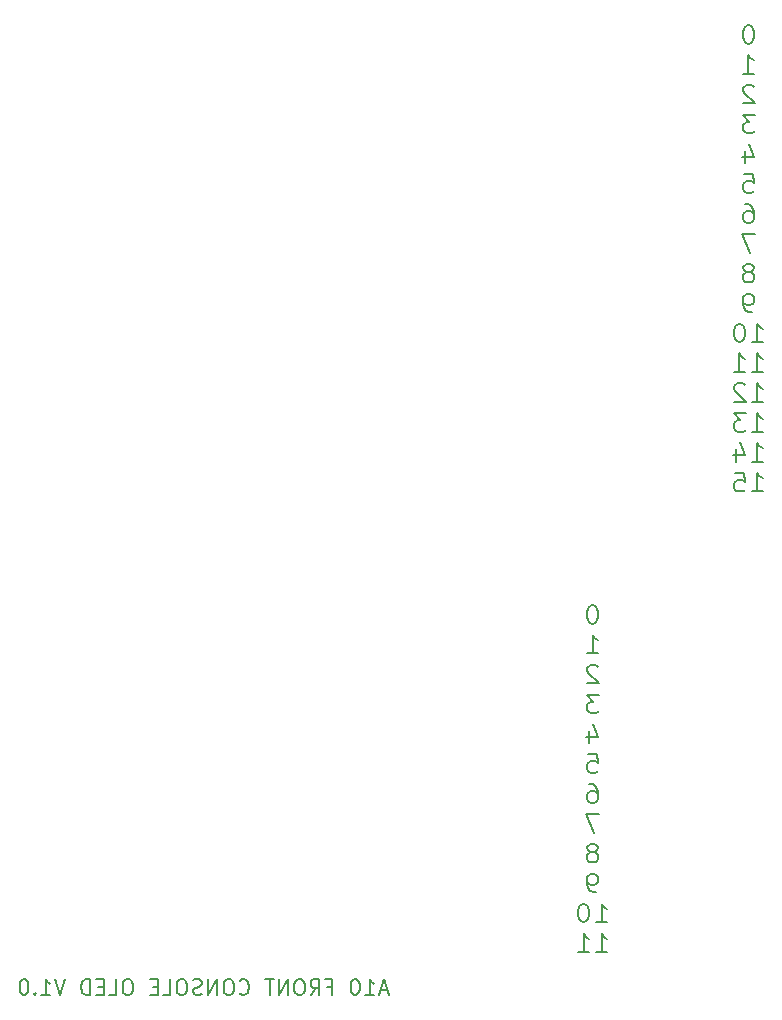
<source format=gbr>
%TF.GenerationSoftware,KiCad,Pcbnew,8.0.2-1*%
%TF.CreationDate,2024-08-19T19:19:17+10:00*%
%TF.ProjectId,Forward OLED,466f7277-6172-4642-904f-4c45442e6b69,rev?*%
%TF.SameCoordinates,Original*%
%TF.FileFunction,Legend,Bot*%
%TF.FilePolarity,Positive*%
%FSLAX46Y46*%
G04 Gerber Fmt 4.6, Leading zero omitted, Abs format (unit mm)*
G04 Created by KiCad (PCBNEW 8.0.2-1) date 2024-08-19 19:19:17*
%MOMM*%
%LPD*%
G01*
G04 APERTURE LIST*
%ADD10C,0.150000*%
G04 APERTURE END LIST*
D10*
X207076190Y-47041421D02*
X206923809Y-47041421D01*
X206923809Y-47041421D02*
X206771428Y-47116183D01*
X206771428Y-47116183D02*
X206695238Y-47190945D01*
X206695238Y-47190945D02*
X206619047Y-47340469D01*
X206619047Y-47340469D02*
X206542857Y-47639517D01*
X206542857Y-47639517D02*
X206542857Y-48013326D01*
X206542857Y-48013326D02*
X206619047Y-48312374D01*
X206619047Y-48312374D02*
X206695238Y-48461898D01*
X206695238Y-48461898D02*
X206771428Y-48536660D01*
X206771428Y-48536660D02*
X206923809Y-48611421D01*
X206923809Y-48611421D02*
X207076190Y-48611421D01*
X207076190Y-48611421D02*
X207228571Y-48536660D01*
X207228571Y-48536660D02*
X207304762Y-48461898D01*
X207304762Y-48461898D02*
X207380952Y-48312374D01*
X207380952Y-48312374D02*
X207457143Y-48013326D01*
X207457143Y-48013326D02*
X207457143Y-47639517D01*
X207457143Y-47639517D02*
X207380952Y-47340469D01*
X207380952Y-47340469D02*
X207304762Y-47190945D01*
X207304762Y-47190945D02*
X207228571Y-47116183D01*
X207228571Y-47116183D02*
X207076190Y-47041421D01*
X206542857Y-51139033D02*
X207457143Y-51139033D01*
X207000000Y-51139033D02*
X207000000Y-49569033D01*
X207000000Y-49569033D02*
X207152381Y-49793319D01*
X207152381Y-49793319D02*
X207304762Y-49942843D01*
X207304762Y-49942843D02*
X207457143Y-50017605D01*
X207457143Y-52246169D02*
X207380952Y-52171407D01*
X207380952Y-52171407D02*
X207228571Y-52096645D01*
X207228571Y-52096645D02*
X206847619Y-52096645D01*
X206847619Y-52096645D02*
X206695238Y-52171407D01*
X206695238Y-52171407D02*
X206619047Y-52246169D01*
X206619047Y-52246169D02*
X206542857Y-52395693D01*
X206542857Y-52395693D02*
X206542857Y-52545217D01*
X206542857Y-52545217D02*
X206619047Y-52769503D01*
X206619047Y-52769503D02*
X207533333Y-53666645D01*
X207533333Y-53666645D02*
X206542857Y-53666645D01*
X207533333Y-54624257D02*
X206542857Y-54624257D01*
X206542857Y-54624257D02*
X207076190Y-55222353D01*
X207076190Y-55222353D02*
X206847619Y-55222353D01*
X206847619Y-55222353D02*
X206695238Y-55297115D01*
X206695238Y-55297115D02*
X206619047Y-55371876D01*
X206619047Y-55371876D02*
X206542857Y-55521400D01*
X206542857Y-55521400D02*
X206542857Y-55895210D01*
X206542857Y-55895210D02*
X206619047Y-56044734D01*
X206619047Y-56044734D02*
X206695238Y-56119496D01*
X206695238Y-56119496D02*
X206847619Y-56194257D01*
X206847619Y-56194257D02*
X207304762Y-56194257D01*
X207304762Y-56194257D02*
X207457143Y-56119496D01*
X207457143Y-56119496D02*
X207533333Y-56044734D01*
X206695238Y-57675203D02*
X206695238Y-58721869D01*
X207076190Y-57077108D02*
X207457143Y-58198536D01*
X207457143Y-58198536D02*
X206466666Y-58198536D01*
X206619047Y-59679481D02*
X207380952Y-59679481D01*
X207380952Y-59679481D02*
X207457143Y-60427100D01*
X207457143Y-60427100D02*
X207380952Y-60352339D01*
X207380952Y-60352339D02*
X207228571Y-60277577D01*
X207228571Y-60277577D02*
X206847619Y-60277577D01*
X206847619Y-60277577D02*
X206695238Y-60352339D01*
X206695238Y-60352339D02*
X206619047Y-60427100D01*
X206619047Y-60427100D02*
X206542857Y-60576624D01*
X206542857Y-60576624D02*
X206542857Y-60950434D01*
X206542857Y-60950434D02*
X206619047Y-61099958D01*
X206619047Y-61099958D02*
X206695238Y-61174720D01*
X206695238Y-61174720D02*
X206847619Y-61249481D01*
X206847619Y-61249481D02*
X207228571Y-61249481D01*
X207228571Y-61249481D02*
X207380952Y-61174720D01*
X207380952Y-61174720D02*
X207457143Y-61099958D01*
X206695238Y-62207093D02*
X207000000Y-62207093D01*
X207000000Y-62207093D02*
X207152381Y-62281855D01*
X207152381Y-62281855D02*
X207228571Y-62356617D01*
X207228571Y-62356617D02*
X207380952Y-62580903D01*
X207380952Y-62580903D02*
X207457143Y-62879951D01*
X207457143Y-62879951D02*
X207457143Y-63478046D01*
X207457143Y-63478046D02*
X207380952Y-63627570D01*
X207380952Y-63627570D02*
X207304762Y-63702332D01*
X207304762Y-63702332D02*
X207152381Y-63777093D01*
X207152381Y-63777093D02*
X206847619Y-63777093D01*
X206847619Y-63777093D02*
X206695238Y-63702332D01*
X206695238Y-63702332D02*
X206619047Y-63627570D01*
X206619047Y-63627570D02*
X206542857Y-63478046D01*
X206542857Y-63478046D02*
X206542857Y-63104236D01*
X206542857Y-63104236D02*
X206619047Y-62954712D01*
X206619047Y-62954712D02*
X206695238Y-62879951D01*
X206695238Y-62879951D02*
X206847619Y-62805189D01*
X206847619Y-62805189D02*
X207152381Y-62805189D01*
X207152381Y-62805189D02*
X207304762Y-62879951D01*
X207304762Y-62879951D02*
X207380952Y-62954712D01*
X207380952Y-62954712D02*
X207457143Y-63104236D01*
X207533333Y-64734705D02*
X206466666Y-64734705D01*
X206466666Y-64734705D02*
X207152381Y-66304705D01*
X207152381Y-67935175D02*
X207304762Y-67860413D01*
X207304762Y-67860413D02*
X207380952Y-67785651D01*
X207380952Y-67785651D02*
X207457143Y-67636127D01*
X207457143Y-67636127D02*
X207457143Y-67561365D01*
X207457143Y-67561365D02*
X207380952Y-67411841D01*
X207380952Y-67411841D02*
X207304762Y-67337079D01*
X207304762Y-67337079D02*
X207152381Y-67262317D01*
X207152381Y-67262317D02*
X206847619Y-67262317D01*
X206847619Y-67262317D02*
X206695238Y-67337079D01*
X206695238Y-67337079D02*
X206619047Y-67411841D01*
X206619047Y-67411841D02*
X206542857Y-67561365D01*
X206542857Y-67561365D02*
X206542857Y-67636127D01*
X206542857Y-67636127D02*
X206619047Y-67785651D01*
X206619047Y-67785651D02*
X206695238Y-67860413D01*
X206695238Y-67860413D02*
X206847619Y-67935175D01*
X206847619Y-67935175D02*
X207152381Y-67935175D01*
X207152381Y-67935175D02*
X207304762Y-68009936D01*
X207304762Y-68009936D02*
X207380952Y-68084698D01*
X207380952Y-68084698D02*
X207457143Y-68234222D01*
X207457143Y-68234222D02*
X207457143Y-68533270D01*
X207457143Y-68533270D02*
X207380952Y-68682794D01*
X207380952Y-68682794D02*
X207304762Y-68757556D01*
X207304762Y-68757556D02*
X207152381Y-68832317D01*
X207152381Y-68832317D02*
X206847619Y-68832317D01*
X206847619Y-68832317D02*
X206695238Y-68757556D01*
X206695238Y-68757556D02*
X206619047Y-68682794D01*
X206619047Y-68682794D02*
X206542857Y-68533270D01*
X206542857Y-68533270D02*
X206542857Y-68234222D01*
X206542857Y-68234222D02*
X206619047Y-68084698D01*
X206619047Y-68084698D02*
X206695238Y-68009936D01*
X206695238Y-68009936D02*
X206847619Y-67935175D01*
X207304762Y-71359929D02*
X207000000Y-71359929D01*
X207000000Y-71359929D02*
X206847619Y-71285168D01*
X206847619Y-71285168D02*
X206771428Y-71210406D01*
X206771428Y-71210406D02*
X206619047Y-70986120D01*
X206619047Y-70986120D02*
X206542857Y-70687072D01*
X206542857Y-70687072D02*
X206542857Y-70088977D01*
X206542857Y-70088977D02*
X206619047Y-69939453D01*
X206619047Y-69939453D02*
X206695238Y-69864691D01*
X206695238Y-69864691D02*
X206847619Y-69789929D01*
X206847619Y-69789929D02*
X207152381Y-69789929D01*
X207152381Y-69789929D02*
X207304762Y-69864691D01*
X207304762Y-69864691D02*
X207380952Y-69939453D01*
X207380952Y-69939453D02*
X207457143Y-70088977D01*
X207457143Y-70088977D02*
X207457143Y-70462787D01*
X207457143Y-70462787D02*
X207380952Y-70612310D01*
X207380952Y-70612310D02*
X207304762Y-70687072D01*
X207304762Y-70687072D02*
X207152381Y-70761834D01*
X207152381Y-70761834D02*
X206847619Y-70761834D01*
X206847619Y-70761834D02*
X206695238Y-70687072D01*
X206695238Y-70687072D02*
X206619047Y-70612310D01*
X206619047Y-70612310D02*
X206542857Y-70462787D01*
X207304762Y-73887541D02*
X208219048Y-73887541D01*
X207761905Y-73887541D02*
X207761905Y-72317541D01*
X207761905Y-72317541D02*
X207914286Y-72541827D01*
X207914286Y-72541827D02*
X208066667Y-72691351D01*
X208066667Y-72691351D02*
X208219048Y-72766113D01*
X206314285Y-72317541D02*
X206161904Y-72317541D01*
X206161904Y-72317541D02*
X206009523Y-72392303D01*
X206009523Y-72392303D02*
X205933333Y-72467065D01*
X205933333Y-72467065D02*
X205857142Y-72616589D01*
X205857142Y-72616589D02*
X205780952Y-72915637D01*
X205780952Y-72915637D02*
X205780952Y-73289446D01*
X205780952Y-73289446D02*
X205857142Y-73588494D01*
X205857142Y-73588494D02*
X205933333Y-73738018D01*
X205933333Y-73738018D02*
X206009523Y-73812780D01*
X206009523Y-73812780D02*
X206161904Y-73887541D01*
X206161904Y-73887541D02*
X206314285Y-73887541D01*
X206314285Y-73887541D02*
X206466666Y-73812780D01*
X206466666Y-73812780D02*
X206542857Y-73738018D01*
X206542857Y-73738018D02*
X206619047Y-73588494D01*
X206619047Y-73588494D02*
X206695238Y-73289446D01*
X206695238Y-73289446D02*
X206695238Y-72915637D01*
X206695238Y-72915637D02*
X206619047Y-72616589D01*
X206619047Y-72616589D02*
X206542857Y-72467065D01*
X206542857Y-72467065D02*
X206466666Y-72392303D01*
X206466666Y-72392303D02*
X206314285Y-72317541D01*
X207304762Y-76415153D02*
X208219048Y-76415153D01*
X207761905Y-76415153D02*
X207761905Y-74845153D01*
X207761905Y-74845153D02*
X207914286Y-75069439D01*
X207914286Y-75069439D02*
X208066667Y-75218963D01*
X208066667Y-75218963D02*
X208219048Y-75293725D01*
X205780952Y-76415153D02*
X206695238Y-76415153D01*
X206238095Y-76415153D02*
X206238095Y-74845153D01*
X206238095Y-74845153D02*
X206390476Y-75069439D01*
X206390476Y-75069439D02*
X206542857Y-75218963D01*
X206542857Y-75218963D02*
X206695238Y-75293725D01*
X207304762Y-78942765D02*
X208219048Y-78942765D01*
X207761905Y-78942765D02*
X207761905Y-77372765D01*
X207761905Y-77372765D02*
X207914286Y-77597051D01*
X207914286Y-77597051D02*
X208066667Y-77746575D01*
X208066667Y-77746575D02*
X208219048Y-77821337D01*
X206695238Y-77522289D02*
X206619047Y-77447527D01*
X206619047Y-77447527D02*
X206466666Y-77372765D01*
X206466666Y-77372765D02*
X206085714Y-77372765D01*
X206085714Y-77372765D02*
X205933333Y-77447527D01*
X205933333Y-77447527D02*
X205857142Y-77522289D01*
X205857142Y-77522289D02*
X205780952Y-77671813D01*
X205780952Y-77671813D02*
X205780952Y-77821337D01*
X205780952Y-77821337D02*
X205857142Y-78045623D01*
X205857142Y-78045623D02*
X206771428Y-78942765D01*
X206771428Y-78942765D02*
X205780952Y-78942765D01*
X207304762Y-81470377D02*
X208219048Y-81470377D01*
X207761905Y-81470377D02*
X207761905Y-79900377D01*
X207761905Y-79900377D02*
X207914286Y-80124663D01*
X207914286Y-80124663D02*
X208066667Y-80274187D01*
X208066667Y-80274187D02*
X208219048Y-80348949D01*
X206771428Y-79900377D02*
X205780952Y-79900377D01*
X205780952Y-79900377D02*
X206314285Y-80498473D01*
X206314285Y-80498473D02*
X206085714Y-80498473D01*
X206085714Y-80498473D02*
X205933333Y-80573235D01*
X205933333Y-80573235D02*
X205857142Y-80647996D01*
X205857142Y-80647996D02*
X205780952Y-80797520D01*
X205780952Y-80797520D02*
X205780952Y-81171330D01*
X205780952Y-81171330D02*
X205857142Y-81320854D01*
X205857142Y-81320854D02*
X205933333Y-81395616D01*
X205933333Y-81395616D02*
X206085714Y-81470377D01*
X206085714Y-81470377D02*
X206542857Y-81470377D01*
X206542857Y-81470377D02*
X206695238Y-81395616D01*
X206695238Y-81395616D02*
X206771428Y-81320854D01*
X207304762Y-83997989D02*
X208219048Y-83997989D01*
X207761905Y-83997989D02*
X207761905Y-82427989D01*
X207761905Y-82427989D02*
X207914286Y-82652275D01*
X207914286Y-82652275D02*
X208066667Y-82801799D01*
X208066667Y-82801799D02*
X208219048Y-82876561D01*
X205933333Y-82951323D02*
X205933333Y-83997989D01*
X206314285Y-82353228D02*
X206695238Y-83474656D01*
X206695238Y-83474656D02*
X205704761Y-83474656D01*
X207304762Y-86525601D02*
X208219048Y-86525601D01*
X207761905Y-86525601D02*
X207761905Y-84955601D01*
X207761905Y-84955601D02*
X207914286Y-85179887D01*
X207914286Y-85179887D02*
X208066667Y-85329411D01*
X208066667Y-85329411D02*
X208219048Y-85404173D01*
X205857142Y-84955601D02*
X206619047Y-84955601D01*
X206619047Y-84955601D02*
X206695238Y-85703220D01*
X206695238Y-85703220D02*
X206619047Y-85628459D01*
X206619047Y-85628459D02*
X206466666Y-85553697D01*
X206466666Y-85553697D02*
X206085714Y-85553697D01*
X206085714Y-85553697D02*
X205933333Y-85628459D01*
X205933333Y-85628459D02*
X205857142Y-85703220D01*
X205857142Y-85703220D02*
X205780952Y-85852744D01*
X205780952Y-85852744D02*
X205780952Y-86226554D01*
X205780952Y-86226554D02*
X205857142Y-86376078D01*
X205857142Y-86376078D02*
X205933333Y-86450840D01*
X205933333Y-86450840D02*
X206085714Y-86525601D01*
X206085714Y-86525601D02*
X206466666Y-86525601D01*
X206466666Y-86525601D02*
X206619047Y-86450840D01*
X206619047Y-86450840D02*
X206695238Y-86376078D01*
X176419046Y-128772176D02*
X175799999Y-128772176D01*
X176542856Y-129143604D02*
X176109523Y-127843604D01*
X176109523Y-127843604D02*
X175676189Y-129143604D01*
X174561903Y-129143604D02*
X175304760Y-129143604D01*
X174933332Y-129143604D02*
X174933332Y-127843604D01*
X174933332Y-127843604D02*
X175057141Y-128029319D01*
X175057141Y-128029319D02*
X175180951Y-128153128D01*
X175180951Y-128153128D02*
X175304760Y-128215033D01*
X173757142Y-127843604D02*
X173633332Y-127843604D01*
X173633332Y-127843604D02*
X173509523Y-127905509D01*
X173509523Y-127905509D02*
X173447618Y-127967414D01*
X173447618Y-127967414D02*
X173385713Y-128091223D01*
X173385713Y-128091223D02*
X173323808Y-128338842D01*
X173323808Y-128338842D02*
X173323808Y-128648366D01*
X173323808Y-128648366D02*
X173385713Y-128895985D01*
X173385713Y-128895985D02*
X173447618Y-129019795D01*
X173447618Y-129019795D02*
X173509523Y-129081700D01*
X173509523Y-129081700D02*
X173633332Y-129143604D01*
X173633332Y-129143604D02*
X173757142Y-129143604D01*
X173757142Y-129143604D02*
X173880951Y-129081700D01*
X173880951Y-129081700D02*
X173942856Y-129019795D01*
X173942856Y-129019795D02*
X174004761Y-128895985D01*
X174004761Y-128895985D02*
X174066665Y-128648366D01*
X174066665Y-128648366D02*
X174066665Y-128338842D01*
X174066665Y-128338842D02*
X174004761Y-128091223D01*
X174004761Y-128091223D02*
X173942856Y-127967414D01*
X173942856Y-127967414D02*
X173880951Y-127905509D01*
X173880951Y-127905509D02*
X173757142Y-127843604D01*
X171342856Y-128462652D02*
X171776190Y-128462652D01*
X171776190Y-129143604D02*
X171776190Y-127843604D01*
X171776190Y-127843604D02*
X171157142Y-127843604D01*
X169919047Y-129143604D02*
X170352380Y-128524557D01*
X170661904Y-129143604D02*
X170661904Y-127843604D01*
X170661904Y-127843604D02*
X170166666Y-127843604D01*
X170166666Y-127843604D02*
X170042856Y-127905509D01*
X170042856Y-127905509D02*
X169980951Y-127967414D01*
X169980951Y-127967414D02*
X169919047Y-128091223D01*
X169919047Y-128091223D02*
X169919047Y-128276938D01*
X169919047Y-128276938D02*
X169980951Y-128400747D01*
X169980951Y-128400747D02*
X170042856Y-128462652D01*
X170042856Y-128462652D02*
X170166666Y-128524557D01*
X170166666Y-128524557D02*
X170661904Y-128524557D01*
X169114285Y-127843604D02*
X168866666Y-127843604D01*
X168866666Y-127843604D02*
X168742856Y-127905509D01*
X168742856Y-127905509D02*
X168619047Y-128029319D01*
X168619047Y-128029319D02*
X168557142Y-128276938D01*
X168557142Y-128276938D02*
X168557142Y-128710271D01*
X168557142Y-128710271D02*
X168619047Y-128957890D01*
X168619047Y-128957890D02*
X168742856Y-129081700D01*
X168742856Y-129081700D02*
X168866666Y-129143604D01*
X168866666Y-129143604D02*
X169114285Y-129143604D01*
X169114285Y-129143604D02*
X169238094Y-129081700D01*
X169238094Y-129081700D02*
X169361904Y-128957890D01*
X169361904Y-128957890D02*
X169423808Y-128710271D01*
X169423808Y-128710271D02*
X169423808Y-128276938D01*
X169423808Y-128276938D02*
X169361904Y-128029319D01*
X169361904Y-128029319D02*
X169238094Y-127905509D01*
X169238094Y-127905509D02*
X169114285Y-127843604D01*
X167999999Y-129143604D02*
X167999999Y-127843604D01*
X167999999Y-127843604D02*
X167257142Y-129143604D01*
X167257142Y-129143604D02*
X167257142Y-127843604D01*
X166823808Y-127843604D02*
X166080951Y-127843604D01*
X166452379Y-129143604D02*
X166452379Y-127843604D01*
X163914285Y-129019795D02*
X163976189Y-129081700D01*
X163976189Y-129081700D02*
X164161904Y-129143604D01*
X164161904Y-129143604D02*
X164285713Y-129143604D01*
X164285713Y-129143604D02*
X164471427Y-129081700D01*
X164471427Y-129081700D02*
X164595237Y-128957890D01*
X164595237Y-128957890D02*
X164657142Y-128834080D01*
X164657142Y-128834080D02*
X164719046Y-128586461D01*
X164719046Y-128586461D02*
X164719046Y-128400747D01*
X164719046Y-128400747D02*
X164657142Y-128153128D01*
X164657142Y-128153128D02*
X164595237Y-128029319D01*
X164595237Y-128029319D02*
X164471427Y-127905509D01*
X164471427Y-127905509D02*
X164285713Y-127843604D01*
X164285713Y-127843604D02*
X164161904Y-127843604D01*
X164161904Y-127843604D02*
X163976189Y-127905509D01*
X163976189Y-127905509D02*
X163914285Y-127967414D01*
X163109523Y-127843604D02*
X162861904Y-127843604D01*
X162861904Y-127843604D02*
X162738094Y-127905509D01*
X162738094Y-127905509D02*
X162614285Y-128029319D01*
X162614285Y-128029319D02*
X162552380Y-128276938D01*
X162552380Y-128276938D02*
X162552380Y-128710271D01*
X162552380Y-128710271D02*
X162614285Y-128957890D01*
X162614285Y-128957890D02*
X162738094Y-129081700D01*
X162738094Y-129081700D02*
X162861904Y-129143604D01*
X162861904Y-129143604D02*
X163109523Y-129143604D01*
X163109523Y-129143604D02*
X163233332Y-129081700D01*
X163233332Y-129081700D02*
X163357142Y-128957890D01*
X163357142Y-128957890D02*
X163419046Y-128710271D01*
X163419046Y-128710271D02*
X163419046Y-128276938D01*
X163419046Y-128276938D02*
X163357142Y-128029319D01*
X163357142Y-128029319D02*
X163233332Y-127905509D01*
X163233332Y-127905509D02*
X163109523Y-127843604D01*
X161995237Y-129143604D02*
X161995237Y-127843604D01*
X161995237Y-127843604D02*
X161252380Y-129143604D01*
X161252380Y-129143604D02*
X161252380Y-127843604D01*
X160695236Y-129081700D02*
X160509522Y-129143604D01*
X160509522Y-129143604D02*
X160199998Y-129143604D01*
X160199998Y-129143604D02*
X160076189Y-129081700D01*
X160076189Y-129081700D02*
X160014284Y-129019795D01*
X160014284Y-129019795D02*
X159952379Y-128895985D01*
X159952379Y-128895985D02*
X159952379Y-128772176D01*
X159952379Y-128772176D02*
X160014284Y-128648366D01*
X160014284Y-128648366D02*
X160076189Y-128586461D01*
X160076189Y-128586461D02*
X160199998Y-128524557D01*
X160199998Y-128524557D02*
X160447617Y-128462652D01*
X160447617Y-128462652D02*
X160571427Y-128400747D01*
X160571427Y-128400747D02*
X160633332Y-128338842D01*
X160633332Y-128338842D02*
X160695236Y-128215033D01*
X160695236Y-128215033D02*
X160695236Y-128091223D01*
X160695236Y-128091223D02*
X160633332Y-127967414D01*
X160633332Y-127967414D02*
X160571427Y-127905509D01*
X160571427Y-127905509D02*
X160447617Y-127843604D01*
X160447617Y-127843604D02*
X160138094Y-127843604D01*
X160138094Y-127843604D02*
X159952379Y-127905509D01*
X159147618Y-127843604D02*
X158899999Y-127843604D01*
X158899999Y-127843604D02*
X158776189Y-127905509D01*
X158776189Y-127905509D02*
X158652380Y-128029319D01*
X158652380Y-128029319D02*
X158590475Y-128276938D01*
X158590475Y-128276938D02*
X158590475Y-128710271D01*
X158590475Y-128710271D02*
X158652380Y-128957890D01*
X158652380Y-128957890D02*
X158776189Y-129081700D01*
X158776189Y-129081700D02*
X158899999Y-129143604D01*
X158899999Y-129143604D02*
X159147618Y-129143604D01*
X159147618Y-129143604D02*
X159271427Y-129081700D01*
X159271427Y-129081700D02*
X159395237Y-128957890D01*
X159395237Y-128957890D02*
X159457141Y-128710271D01*
X159457141Y-128710271D02*
X159457141Y-128276938D01*
X159457141Y-128276938D02*
X159395237Y-128029319D01*
X159395237Y-128029319D02*
X159271427Y-127905509D01*
X159271427Y-127905509D02*
X159147618Y-127843604D01*
X157414284Y-129143604D02*
X158033332Y-129143604D01*
X158033332Y-129143604D02*
X158033332Y-127843604D01*
X156980951Y-128462652D02*
X156547617Y-128462652D01*
X156361903Y-129143604D02*
X156980951Y-129143604D01*
X156980951Y-129143604D02*
X156980951Y-127843604D01*
X156980951Y-127843604D02*
X156361903Y-127843604D01*
X154566666Y-127843604D02*
X154319047Y-127843604D01*
X154319047Y-127843604D02*
X154195237Y-127905509D01*
X154195237Y-127905509D02*
X154071428Y-128029319D01*
X154071428Y-128029319D02*
X154009523Y-128276938D01*
X154009523Y-128276938D02*
X154009523Y-128710271D01*
X154009523Y-128710271D02*
X154071428Y-128957890D01*
X154071428Y-128957890D02*
X154195237Y-129081700D01*
X154195237Y-129081700D02*
X154319047Y-129143604D01*
X154319047Y-129143604D02*
X154566666Y-129143604D01*
X154566666Y-129143604D02*
X154690475Y-129081700D01*
X154690475Y-129081700D02*
X154814285Y-128957890D01*
X154814285Y-128957890D02*
X154876189Y-128710271D01*
X154876189Y-128710271D02*
X154876189Y-128276938D01*
X154876189Y-128276938D02*
X154814285Y-128029319D01*
X154814285Y-128029319D02*
X154690475Y-127905509D01*
X154690475Y-127905509D02*
X154566666Y-127843604D01*
X152833332Y-129143604D02*
X153452380Y-129143604D01*
X153452380Y-129143604D02*
X153452380Y-127843604D01*
X152399999Y-128462652D02*
X151966665Y-128462652D01*
X151780951Y-129143604D02*
X152399999Y-129143604D01*
X152399999Y-129143604D02*
X152399999Y-127843604D01*
X152399999Y-127843604D02*
X151780951Y-127843604D01*
X151223809Y-129143604D02*
X151223809Y-127843604D01*
X151223809Y-127843604D02*
X150914285Y-127843604D01*
X150914285Y-127843604D02*
X150728571Y-127905509D01*
X150728571Y-127905509D02*
X150604761Y-128029319D01*
X150604761Y-128029319D02*
X150542856Y-128153128D01*
X150542856Y-128153128D02*
X150480952Y-128400747D01*
X150480952Y-128400747D02*
X150480952Y-128586461D01*
X150480952Y-128586461D02*
X150542856Y-128834080D01*
X150542856Y-128834080D02*
X150604761Y-128957890D01*
X150604761Y-128957890D02*
X150728571Y-129081700D01*
X150728571Y-129081700D02*
X150914285Y-129143604D01*
X150914285Y-129143604D02*
X151223809Y-129143604D01*
X149119047Y-127843604D02*
X148685714Y-129143604D01*
X148685714Y-129143604D02*
X148252380Y-127843604D01*
X147138094Y-129143604D02*
X147880951Y-129143604D01*
X147509523Y-129143604D02*
X147509523Y-127843604D01*
X147509523Y-127843604D02*
X147633332Y-128029319D01*
X147633332Y-128029319D02*
X147757142Y-128153128D01*
X147757142Y-128153128D02*
X147880951Y-128215033D01*
X146580952Y-129019795D02*
X146519047Y-129081700D01*
X146519047Y-129081700D02*
X146580952Y-129143604D01*
X146580952Y-129143604D02*
X146642856Y-129081700D01*
X146642856Y-129081700D02*
X146580952Y-129019795D01*
X146580952Y-129019795D02*
X146580952Y-129143604D01*
X145714285Y-127843604D02*
X145590475Y-127843604D01*
X145590475Y-127843604D02*
X145466666Y-127905509D01*
X145466666Y-127905509D02*
X145404761Y-127967414D01*
X145404761Y-127967414D02*
X145342856Y-128091223D01*
X145342856Y-128091223D02*
X145280951Y-128338842D01*
X145280951Y-128338842D02*
X145280951Y-128648366D01*
X145280951Y-128648366D02*
X145342856Y-128895985D01*
X145342856Y-128895985D02*
X145404761Y-129019795D01*
X145404761Y-129019795D02*
X145466666Y-129081700D01*
X145466666Y-129081700D02*
X145590475Y-129143604D01*
X145590475Y-129143604D02*
X145714285Y-129143604D01*
X145714285Y-129143604D02*
X145838094Y-129081700D01*
X145838094Y-129081700D02*
X145899999Y-129019795D01*
X145899999Y-129019795D02*
X145961904Y-128895985D01*
X145961904Y-128895985D02*
X146023808Y-128648366D01*
X146023808Y-128648366D02*
X146023808Y-128338842D01*
X146023808Y-128338842D02*
X145961904Y-128091223D01*
X145961904Y-128091223D02*
X145899999Y-127967414D01*
X145899999Y-127967414D02*
X145838094Y-127905509D01*
X145838094Y-127905509D02*
X145714285Y-127843604D01*
X193876190Y-96146645D02*
X193723809Y-96146645D01*
X193723809Y-96146645D02*
X193571428Y-96221407D01*
X193571428Y-96221407D02*
X193495238Y-96296169D01*
X193495238Y-96296169D02*
X193419047Y-96445693D01*
X193419047Y-96445693D02*
X193342857Y-96744741D01*
X193342857Y-96744741D02*
X193342857Y-97118550D01*
X193342857Y-97118550D02*
X193419047Y-97417598D01*
X193419047Y-97417598D02*
X193495238Y-97567122D01*
X193495238Y-97567122D02*
X193571428Y-97641884D01*
X193571428Y-97641884D02*
X193723809Y-97716645D01*
X193723809Y-97716645D02*
X193876190Y-97716645D01*
X193876190Y-97716645D02*
X194028571Y-97641884D01*
X194028571Y-97641884D02*
X194104762Y-97567122D01*
X194104762Y-97567122D02*
X194180952Y-97417598D01*
X194180952Y-97417598D02*
X194257143Y-97118550D01*
X194257143Y-97118550D02*
X194257143Y-96744741D01*
X194257143Y-96744741D02*
X194180952Y-96445693D01*
X194180952Y-96445693D02*
X194104762Y-96296169D01*
X194104762Y-96296169D02*
X194028571Y-96221407D01*
X194028571Y-96221407D02*
X193876190Y-96146645D01*
X193342857Y-100244257D02*
X194257143Y-100244257D01*
X193800000Y-100244257D02*
X193800000Y-98674257D01*
X193800000Y-98674257D02*
X193952381Y-98898543D01*
X193952381Y-98898543D02*
X194104762Y-99048067D01*
X194104762Y-99048067D02*
X194257143Y-99122829D01*
X194257143Y-101351393D02*
X194180952Y-101276631D01*
X194180952Y-101276631D02*
X194028571Y-101201869D01*
X194028571Y-101201869D02*
X193647619Y-101201869D01*
X193647619Y-101201869D02*
X193495238Y-101276631D01*
X193495238Y-101276631D02*
X193419047Y-101351393D01*
X193419047Y-101351393D02*
X193342857Y-101500917D01*
X193342857Y-101500917D02*
X193342857Y-101650441D01*
X193342857Y-101650441D02*
X193419047Y-101874727D01*
X193419047Y-101874727D02*
X194333333Y-102771869D01*
X194333333Y-102771869D02*
X193342857Y-102771869D01*
X194333333Y-103729481D02*
X193342857Y-103729481D01*
X193342857Y-103729481D02*
X193876190Y-104327577D01*
X193876190Y-104327577D02*
X193647619Y-104327577D01*
X193647619Y-104327577D02*
X193495238Y-104402339D01*
X193495238Y-104402339D02*
X193419047Y-104477100D01*
X193419047Y-104477100D02*
X193342857Y-104626624D01*
X193342857Y-104626624D02*
X193342857Y-105000434D01*
X193342857Y-105000434D02*
X193419047Y-105149958D01*
X193419047Y-105149958D02*
X193495238Y-105224720D01*
X193495238Y-105224720D02*
X193647619Y-105299481D01*
X193647619Y-105299481D02*
X194104762Y-105299481D01*
X194104762Y-105299481D02*
X194257143Y-105224720D01*
X194257143Y-105224720D02*
X194333333Y-105149958D01*
X193495238Y-106780427D02*
X193495238Y-107827093D01*
X193876190Y-106182332D02*
X194257143Y-107303760D01*
X194257143Y-107303760D02*
X193266666Y-107303760D01*
X193419047Y-108784705D02*
X194180952Y-108784705D01*
X194180952Y-108784705D02*
X194257143Y-109532324D01*
X194257143Y-109532324D02*
X194180952Y-109457563D01*
X194180952Y-109457563D02*
X194028571Y-109382801D01*
X194028571Y-109382801D02*
X193647619Y-109382801D01*
X193647619Y-109382801D02*
X193495238Y-109457563D01*
X193495238Y-109457563D02*
X193419047Y-109532324D01*
X193419047Y-109532324D02*
X193342857Y-109681848D01*
X193342857Y-109681848D02*
X193342857Y-110055658D01*
X193342857Y-110055658D02*
X193419047Y-110205182D01*
X193419047Y-110205182D02*
X193495238Y-110279944D01*
X193495238Y-110279944D02*
X193647619Y-110354705D01*
X193647619Y-110354705D02*
X194028571Y-110354705D01*
X194028571Y-110354705D02*
X194180952Y-110279944D01*
X194180952Y-110279944D02*
X194257143Y-110205182D01*
X193495238Y-111312317D02*
X193800000Y-111312317D01*
X193800000Y-111312317D02*
X193952381Y-111387079D01*
X193952381Y-111387079D02*
X194028571Y-111461841D01*
X194028571Y-111461841D02*
X194180952Y-111686127D01*
X194180952Y-111686127D02*
X194257143Y-111985175D01*
X194257143Y-111985175D02*
X194257143Y-112583270D01*
X194257143Y-112583270D02*
X194180952Y-112732794D01*
X194180952Y-112732794D02*
X194104762Y-112807556D01*
X194104762Y-112807556D02*
X193952381Y-112882317D01*
X193952381Y-112882317D02*
X193647619Y-112882317D01*
X193647619Y-112882317D02*
X193495238Y-112807556D01*
X193495238Y-112807556D02*
X193419047Y-112732794D01*
X193419047Y-112732794D02*
X193342857Y-112583270D01*
X193342857Y-112583270D02*
X193342857Y-112209460D01*
X193342857Y-112209460D02*
X193419047Y-112059936D01*
X193419047Y-112059936D02*
X193495238Y-111985175D01*
X193495238Y-111985175D02*
X193647619Y-111910413D01*
X193647619Y-111910413D02*
X193952381Y-111910413D01*
X193952381Y-111910413D02*
X194104762Y-111985175D01*
X194104762Y-111985175D02*
X194180952Y-112059936D01*
X194180952Y-112059936D02*
X194257143Y-112209460D01*
X194333333Y-113839929D02*
X193266666Y-113839929D01*
X193266666Y-113839929D02*
X193952381Y-115409929D01*
X193952381Y-117040399D02*
X194104762Y-116965637D01*
X194104762Y-116965637D02*
X194180952Y-116890875D01*
X194180952Y-116890875D02*
X194257143Y-116741351D01*
X194257143Y-116741351D02*
X194257143Y-116666589D01*
X194257143Y-116666589D02*
X194180952Y-116517065D01*
X194180952Y-116517065D02*
X194104762Y-116442303D01*
X194104762Y-116442303D02*
X193952381Y-116367541D01*
X193952381Y-116367541D02*
X193647619Y-116367541D01*
X193647619Y-116367541D02*
X193495238Y-116442303D01*
X193495238Y-116442303D02*
X193419047Y-116517065D01*
X193419047Y-116517065D02*
X193342857Y-116666589D01*
X193342857Y-116666589D02*
X193342857Y-116741351D01*
X193342857Y-116741351D02*
X193419047Y-116890875D01*
X193419047Y-116890875D02*
X193495238Y-116965637D01*
X193495238Y-116965637D02*
X193647619Y-117040399D01*
X193647619Y-117040399D02*
X193952381Y-117040399D01*
X193952381Y-117040399D02*
X194104762Y-117115160D01*
X194104762Y-117115160D02*
X194180952Y-117189922D01*
X194180952Y-117189922D02*
X194257143Y-117339446D01*
X194257143Y-117339446D02*
X194257143Y-117638494D01*
X194257143Y-117638494D02*
X194180952Y-117788018D01*
X194180952Y-117788018D02*
X194104762Y-117862780D01*
X194104762Y-117862780D02*
X193952381Y-117937541D01*
X193952381Y-117937541D02*
X193647619Y-117937541D01*
X193647619Y-117937541D02*
X193495238Y-117862780D01*
X193495238Y-117862780D02*
X193419047Y-117788018D01*
X193419047Y-117788018D02*
X193342857Y-117638494D01*
X193342857Y-117638494D02*
X193342857Y-117339446D01*
X193342857Y-117339446D02*
X193419047Y-117189922D01*
X193419047Y-117189922D02*
X193495238Y-117115160D01*
X193495238Y-117115160D02*
X193647619Y-117040399D01*
X194104762Y-120465153D02*
X193800000Y-120465153D01*
X193800000Y-120465153D02*
X193647619Y-120390392D01*
X193647619Y-120390392D02*
X193571428Y-120315630D01*
X193571428Y-120315630D02*
X193419047Y-120091344D01*
X193419047Y-120091344D02*
X193342857Y-119792296D01*
X193342857Y-119792296D02*
X193342857Y-119194201D01*
X193342857Y-119194201D02*
X193419047Y-119044677D01*
X193419047Y-119044677D02*
X193495238Y-118969915D01*
X193495238Y-118969915D02*
X193647619Y-118895153D01*
X193647619Y-118895153D02*
X193952381Y-118895153D01*
X193952381Y-118895153D02*
X194104762Y-118969915D01*
X194104762Y-118969915D02*
X194180952Y-119044677D01*
X194180952Y-119044677D02*
X194257143Y-119194201D01*
X194257143Y-119194201D02*
X194257143Y-119568011D01*
X194257143Y-119568011D02*
X194180952Y-119717534D01*
X194180952Y-119717534D02*
X194104762Y-119792296D01*
X194104762Y-119792296D02*
X193952381Y-119867058D01*
X193952381Y-119867058D02*
X193647619Y-119867058D01*
X193647619Y-119867058D02*
X193495238Y-119792296D01*
X193495238Y-119792296D02*
X193419047Y-119717534D01*
X193419047Y-119717534D02*
X193342857Y-119568011D01*
X194104762Y-122992765D02*
X195019048Y-122992765D01*
X194561905Y-122992765D02*
X194561905Y-121422765D01*
X194561905Y-121422765D02*
X194714286Y-121647051D01*
X194714286Y-121647051D02*
X194866667Y-121796575D01*
X194866667Y-121796575D02*
X195019048Y-121871337D01*
X193114285Y-121422765D02*
X192961904Y-121422765D01*
X192961904Y-121422765D02*
X192809523Y-121497527D01*
X192809523Y-121497527D02*
X192733333Y-121572289D01*
X192733333Y-121572289D02*
X192657142Y-121721813D01*
X192657142Y-121721813D02*
X192580952Y-122020861D01*
X192580952Y-122020861D02*
X192580952Y-122394670D01*
X192580952Y-122394670D02*
X192657142Y-122693718D01*
X192657142Y-122693718D02*
X192733333Y-122843242D01*
X192733333Y-122843242D02*
X192809523Y-122918004D01*
X192809523Y-122918004D02*
X192961904Y-122992765D01*
X192961904Y-122992765D02*
X193114285Y-122992765D01*
X193114285Y-122992765D02*
X193266666Y-122918004D01*
X193266666Y-122918004D02*
X193342857Y-122843242D01*
X193342857Y-122843242D02*
X193419047Y-122693718D01*
X193419047Y-122693718D02*
X193495238Y-122394670D01*
X193495238Y-122394670D02*
X193495238Y-122020861D01*
X193495238Y-122020861D02*
X193419047Y-121721813D01*
X193419047Y-121721813D02*
X193342857Y-121572289D01*
X193342857Y-121572289D02*
X193266666Y-121497527D01*
X193266666Y-121497527D02*
X193114285Y-121422765D01*
X194104762Y-125520377D02*
X195019048Y-125520377D01*
X194561905Y-125520377D02*
X194561905Y-123950377D01*
X194561905Y-123950377D02*
X194714286Y-124174663D01*
X194714286Y-124174663D02*
X194866667Y-124324187D01*
X194866667Y-124324187D02*
X195019048Y-124398949D01*
X192580952Y-125520377D02*
X193495238Y-125520377D01*
X193038095Y-125520377D02*
X193038095Y-123950377D01*
X193038095Y-123950377D02*
X193190476Y-124174663D01*
X193190476Y-124174663D02*
X193342857Y-124324187D01*
X193342857Y-124324187D02*
X193495238Y-124398949D01*
M02*

</source>
